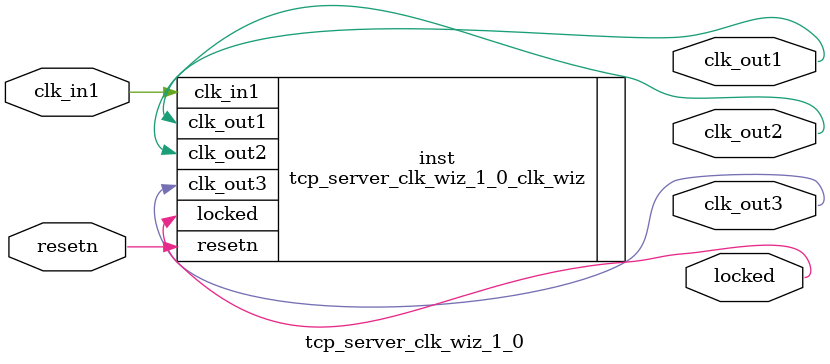
<source format=v>


`timescale 1ps/1ps

(* CORE_GENERATION_INFO = "tcp_server_clk_wiz_1_0,clk_wiz_v6_0_2_0_0,{component_name=tcp_server_clk_wiz_1_0,use_phase_alignment=true,use_min_o_jitter=false,use_max_i_jitter=false,use_dyn_phase_shift=false,use_inclk_switchover=false,use_dyn_reconfig=false,enable_axi=0,feedback_source=FDBK_AUTO,PRIMITIVE=MMCM,num_out_clk=3,clkin1_period=10.000,clkin2_period=10.000,use_power_down=false,use_reset=true,use_locked=true,use_inclk_stopped=false,feedback_type=SINGLE,CLOCK_MGR_TYPE=NA,manual_override=false}" *)

module tcp_server_clk_wiz_1_0 
 (
  // Clock out ports
  output        clk_out1,
  output        clk_out2,
  output        clk_out3,
  // Status and control signals
  input         resetn,
  output        locked,
 // Clock in ports
  input         clk_in1
 );

  tcp_server_clk_wiz_1_0_clk_wiz inst
  (
  // Clock out ports  
  .clk_out1(clk_out1),
  .clk_out2(clk_out2),
  .clk_out3(clk_out3),
  // Status and control signals               
  .resetn(resetn), 
  .locked(locked),
 // Clock in ports
  .clk_in1(clk_in1)
  );

endmodule

</source>
